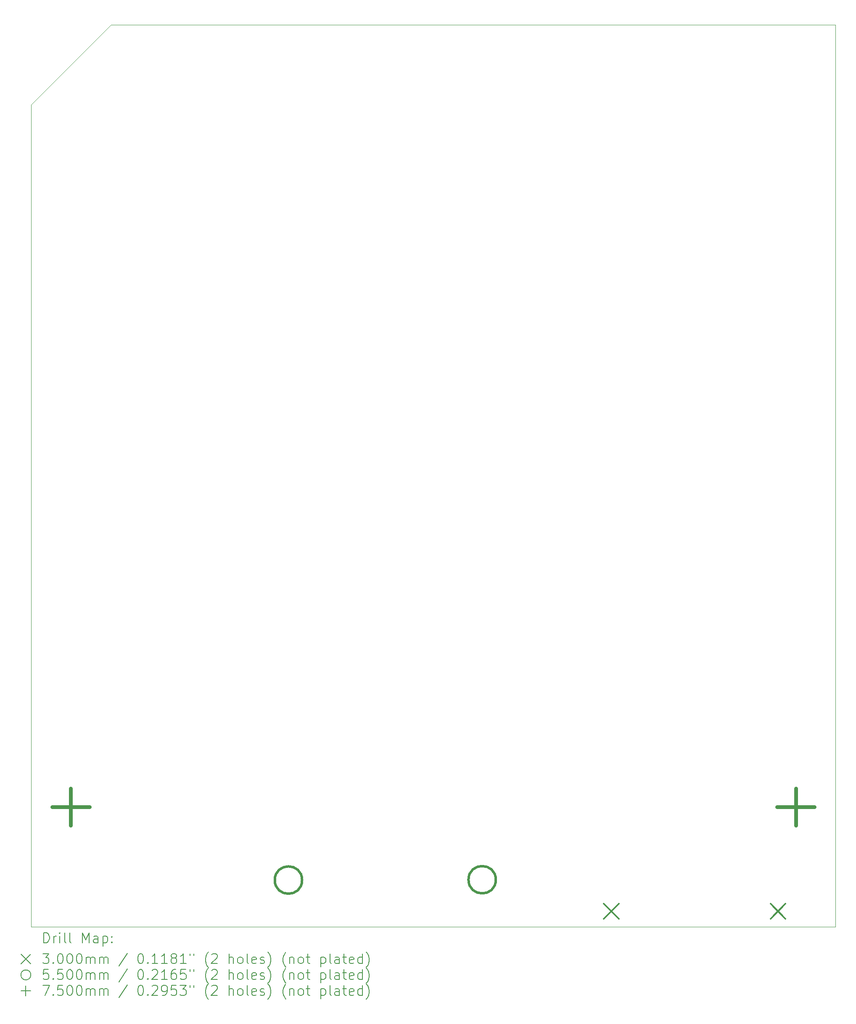
<source format=gbr>
%TF.GenerationSoftware,KiCad,Pcbnew,8.0.5*%
%TF.CreationDate,2025-02-18T14:53:59-08:00*%
%TF.ProjectId,URBAN_CELL_BOARD,55524241-4e5f-4434-954c-4c5f424f4152,rev?*%
%TF.SameCoordinates,Original*%
%TF.FileFunction,Drillmap*%
%TF.FilePolarity,Positive*%
%FSLAX45Y45*%
G04 Gerber Fmt 4.5, Leading zero omitted, Abs format (unit mm)*
G04 Created by KiCad (PCBNEW 8.0.5) date 2025-02-18 14:53:59*
%MOMM*%
%LPD*%
G01*
G04 APERTURE LIST*
%ADD10C,0.100000*%
%ADD11C,0.200000*%
%ADD12C,0.300000*%
%ADD13C,0.550000*%
%ADD14C,0.750000*%
G04 APERTURE END LIST*
D10*
X8387900Y-28158400D02*
X8387900Y-11612100D01*
X10000000Y-10000000D02*
X24587900Y-10000000D01*
X8387900Y-11612100D02*
X10000000Y-10000000D01*
X24587900Y-28158400D02*
X8387900Y-28158400D01*
X24587900Y-10000000D02*
X24587900Y-28158400D01*
D11*
D12*
X19921500Y-27694500D02*
X20221500Y-27994500D01*
X20221500Y-27694500D02*
X19921500Y-27994500D01*
X23281500Y-27694500D02*
X23581500Y-27994500D01*
X23581500Y-27694500D02*
X23281500Y-27994500D01*
D13*
X13846000Y-27215000D02*
G75*
G02*
X13296000Y-27215000I-275000J0D01*
G01*
X13296000Y-27215000D02*
G75*
G02*
X13846000Y-27215000I275000J0D01*
G01*
X17747000Y-27208000D02*
G75*
G02*
X17197000Y-27208000I-275000J0D01*
G01*
X17197000Y-27208000D02*
G75*
G02*
X17747000Y-27208000I275000J0D01*
G01*
D14*
X9187900Y-25367100D02*
X9187900Y-26117100D01*
X8812900Y-25742100D02*
X9562900Y-25742100D01*
X23787900Y-25367100D02*
X23787900Y-26117100D01*
X23412900Y-25742100D02*
X24162900Y-25742100D01*
D11*
X8643677Y-28474884D02*
X8643677Y-28274884D01*
X8643677Y-28274884D02*
X8691296Y-28274884D01*
X8691296Y-28274884D02*
X8719867Y-28284408D01*
X8719867Y-28284408D02*
X8738915Y-28303455D01*
X8738915Y-28303455D02*
X8748439Y-28322503D01*
X8748439Y-28322503D02*
X8757963Y-28360598D01*
X8757963Y-28360598D02*
X8757963Y-28389169D01*
X8757963Y-28389169D02*
X8748439Y-28427265D01*
X8748439Y-28427265D02*
X8738915Y-28446312D01*
X8738915Y-28446312D02*
X8719867Y-28465360D01*
X8719867Y-28465360D02*
X8691296Y-28474884D01*
X8691296Y-28474884D02*
X8643677Y-28474884D01*
X8843677Y-28474884D02*
X8843677Y-28341550D01*
X8843677Y-28379646D02*
X8853201Y-28360598D01*
X8853201Y-28360598D02*
X8862724Y-28351074D01*
X8862724Y-28351074D02*
X8881772Y-28341550D01*
X8881772Y-28341550D02*
X8900820Y-28341550D01*
X8967486Y-28474884D02*
X8967486Y-28341550D01*
X8967486Y-28274884D02*
X8957963Y-28284408D01*
X8957963Y-28284408D02*
X8967486Y-28293931D01*
X8967486Y-28293931D02*
X8977010Y-28284408D01*
X8977010Y-28284408D02*
X8967486Y-28274884D01*
X8967486Y-28274884D02*
X8967486Y-28293931D01*
X9091296Y-28474884D02*
X9072248Y-28465360D01*
X9072248Y-28465360D02*
X9062724Y-28446312D01*
X9062724Y-28446312D02*
X9062724Y-28274884D01*
X9196058Y-28474884D02*
X9177010Y-28465360D01*
X9177010Y-28465360D02*
X9167486Y-28446312D01*
X9167486Y-28446312D02*
X9167486Y-28274884D01*
X9424629Y-28474884D02*
X9424629Y-28274884D01*
X9424629Y-28274884D02*
X9491296Y-28417741D01*
X9491296Y-28417741D02*
X9557963Y-28274884D01*
X9557963Y-28274884D02*
X9557963Y-28474884D01*
X9738915Y-28474884D02*
X9738915Y-28370122D01*
X9738915Y-28370122D02*
X9729391Y-28351074D01*
X9729391Y-28351074D02*
X9710344Y-28341550D01*
X9710344Y-28341550D02*
X9672248Y-28341550D01*
X9672248Y-28341550D02*
X9653201Y-28351074D01*
X9738915Y-28465360D02*
X9719867Y-28474884D01*
X9719867Y-28474884D02*
X9672248Y-28474884D01*
X9672248Y-28474884D02*
X9653201Y-28465360D01*
X9653201Y-28465360D02*
X9643677Y-28446312D01*
X9643677Y-28446312D02*
X9643677Y-28427265D01*
X9643677Y-28427265D02*
X9653201Y-28408217D01*
X9653201Y-28408217D02*
X9672248Y-28398693D01*
X9672248Y-28398693D02*
X9719867Y-28398693D01*
X9719867Y-28398693D02*
X9738915Y-28389169D01*
X9834153Y-28341550D02*
X9834153Y-28541550D01*
X9834153Y-28351074D02*
X9853201Y-28341550D01*
X9853201Y-28341550D02*
X9891296Y-28341550D01*
X9891296Y-28341550D02*
X9910344Y-28351074D01*
X9910344Y-28351074D02*
X9919867Y-28360598D01*
X9919867Y-28360598D02*
X9929391Y-28379646D01*
X9929391Y-28379646D02*
X9929391Y-28436788D01*
X9929391Y-28436788D02*
X9919867Y-28455836D01*
X9919867Y-28455836D02*
X9910344Y-28465360D01*
X9910344Y-28465360D02*
X9891296Y-28474884D01*
X9891296Y-28474884D02*
X9853201Y-28474884D01*
X9853201Y-28474884D02*
X9834153Y-28465360D01*
X10015105Y-28455836D02*
X10024629Y-28465360D01*
X10024629Y-28465360D02*
X10015105Y-28474884D01*
X10015105Y-28474884D02*
X10005582Y-28465360D01*
X10005582Y-28465360D02*
X10015105Y-28455836D01*
X10015105Y-28455836D02*
X10015105Y-28474884D01*
X10015105Y-28351074D02*
X10024629Y-28360598D01*
X10024629Y-28360598D02*
X10015105Y-28370122D01*
X10015105Y-28370122D02*
X10005582Y-28360598D01*
X10005582Y-28360598D02*
X10015105Y-28351074D01*
X10015105Y-28351074D02*
X10015105Y-28370122D01*
X8182900Y-28703400D02*
X8382900Y-28903400D01*
X8382900Y-28703400D02*
X8182900Y-28903400D01*
X8624629Y-28694884D02*
X8748439Y-28694884D01*
X8748439Y-28694884D02*
X8681772Y-28771074D01*
X8681772Y-28771074D02*
X8710344Y-28771074D01*
X8710344Y-28771074D02*
X8729391Y-28780598D01*
X8729391Y-28780598D02*
X8738915Y-28790122D01*
X8738915Y-28790122D02*
X8748439Y-28809169D01*
X8748439Y-28809169D02*
X8748439Y-28856788D01*
X8748439Y-28856788D02*
X8738915Y-28875836D01*
X8738915Y-28875836D02*
X8729391Y-28885360D01*
X8729391Y-28885360D02*
X8710344Y-28894884D01*
X8710344Y-28894884D02*
X8653201Y-28894884D01*
X8653201Y-28894884D02*
X8634153Y-28885360D01*
X8634153Y-28885360D02*
X8624629Y-28875836D01*
X8834153Y-28875836D02*
X8843677Y-28885360D01*
X8843677Y-28885360D02*
X8834153Y-28894884D01*
X8834153Y-28894884D02*
X8824629Y-28885360D01*
X8824629Y-28885360D02*
X8834153Y-28875836D01*
X8834153Y-28875836D02*
X8834153Y-28894884D01*
X8967486Y-28694884D02*
X8986534Y-28694884D01*
X8986534Y-28694884D02*
X9005582Y-28704408D01*
X9005582Y-28704408D02*
X9015105Y-28713931D01*
X9015105Y-28713931D02*
X9024629Y-28732979D01*
X9024629Y-28732979D02*
X9034153Y-28771074D01*
X9034153Y-28771074D02*
X9034153Y-28818693D01*
X9034153Y-28818693D02*
X9024629Y-28856788D01*
X9024629Y-28856788D02*
X9015105Y-28875836D01*
X9015105Y-28875836D02*
X9005582Y-28885360D01*
X9005582Y-28885360D02*
X8986534Y-28894884D01*
X8986534Y-28894884D02*
X8967486Y-28894884D01*
X8967486Y-28894884D02*
X8948439Y-28885360D01*
X8948439Y-28885360D02*
X8938915Y-28875836D01*
X8938915Y-28875836D02*
X8929391Y-28856788D01*
X8929391Y-28856788D02*
X8919867Y-28818693D01*
X8919867Y-28818693D02*
X8919867Y-28771074D01*
X8919867Y-28771074D02*
X8929391Y-28732979D01*
X8929391Y-28732979D02*
X8938915Y-28713931D01*
X8938915Y-28713931D02*
X8948439Y-28704408D01*
X8948439Y-28704408D02*
X8967486Y-28694884D01*
X9157963Y-28694884D02*
X9177010Y-28694884D01*
X9177010Y-28694884D02*
X9196058Y-28704408D01*
X9196058Y-28704408D02*
X9205582Y-28713931D01*
X9205582Y-28713931D02*
X9215105Y-28732979D01*
X9215105Y-28732979D02*
X9224629Y-28771074D01*
X9224629Y-28771074D02*
X9224629Y-28818693D01*
X9224629Y-28818693D02*
X9215105Y-28856788D01*
X9215105Y-28856788D02*
X9205582Y-28875836D01*
X9205582Y-28875836D02*
X9196058Y-28885360D01*
X9196058Y-28885360D02*
X9177010Y-28894884D01*
X9177010Y-28894884D02*
X9157963Y-28894884D01*
X9157963Y-28894884D02*
X9138915Y-28885360D01*
X9138915Y-28885360D02*
X9129391Y-28875836D01*
X9129391Y-28875836D02*
X9119867Y-28856788D01*
X9119867Y-28856788D02*
X9110344Y-28818693D01*
X9110344Y-28818693D02*
X9110344Y-28771074D01*
X9110344Y-28771074D02*
X9119867Y-28732979D01*
X9119867Y-28732979D02*
X9129391Y-28713931D01*
X9129391Y-28713931D02*
X9138915Y-28704408D01*
X9138915Y-28704408D02*
X9157963Y-28694884D01*
X9348439Y-28694884D02*
X9367486Y-28694884D01*
X9367486Y-28694884D02*
X9386534Y-28704408D01*
X9386534Y-28704408D02*
X9396058Y-28713931D01*
X9396058Y-28713931D02*
X9405582Y-28732979D01*
X9405582Y-28732979D02*
X9415105Y-28771074D01*
X9415105Y-28771074D02*
X9415105Y-28818693D01*
X9415105Y-28818693D02*
X9405582Y-28856788D01*
X9405582Y-28856788D02*
X9396058Y-28875836D01*
X9396058Y-28875836D02*
X9386534Y-28885360D01*
X9386534Y-28885360D02*
X9367486Y-28894884D01*
X9367486Y-28894884D02*
X9348439Y-28894884D01*
X9348439Y-28894884D02*
X9329391Y-28885360D01*
X9329391Y-28885360D02*
X9319867Y-28875836D01*
X9319867Y-28875836D02*
X9310344Y-28856788D01*
X9310344Y-28856788D02*
X9300820Y-28818693D01*
X9300820Y-28818693D02*
X9300820Y-28771074D01*
X9300820Y-28771074D02*
X9310344Y-28732979D01*
X9310344Y-28732979D02*
X9319867Y-28713931D01*
X9319867Y-28713931D02*
X9329391Y-28704408D01*
X9329391Y-28704408D02*
X9348439Y-28694884D01*
X9500820Y-28894884D02*
X9500820Y-28761550D01*
X9500820Y-28780598D02*
X9510344Y-28771074D01*
X9510344Y-28771074D02*
X9529391Y-28761550D01*
X9529391Y-28761550D02*
X9557963Y-28761550D01*
X9557963Y-28761550D02*
X9577010Y-28771074D01*
X9577010Y-28771074D02*
X9586534Y-28790122D01*
X9586534Y-28790122D02*
X9586534Y-28894884D01*
X9586534Y-28790122D02*
X9596058Y-28771074D01*
X9596058Y-28771074D02*
X9615105Y-28761550D01*
X9615105Y-28761550D02*
X9643677Y-28761550D01*
X9643677Y-28761550D02*
X9662725Y-28771074D01*
X9662725Y-28771074D02*
X9672248Y-28790122D01*
X9672248Y-28790122D02*
X9672248Y-28894884D01*
X9767486Y-28894884D02*
X9767486Y-28761550D01*
X9767486Y-28780598D02*
X9777010Y-28771074D01*
X9777010Y-28771074D02*
X9796058Y-28761550D01*
X9796058Y-28761550D02*
X9824629Y-28761550D01*
X9824629Y-28761550D02*
X9843677Y-28771074D01*
X9843677Y-28771074D02*
X9853201Y-28790122D01*
X9853201Y-28790122D02*
X9853201Y-28894884D01*
X9853201Y-28790122D02*
X9862725Y-28771074D01*
X9862725Y-28771074D02*
X9881772Y-28761550D01*
X9881772Y-28761550D02*
X9910344Y-28761550D01*
X9910344Y-28761550D02*
X9929391Y-28771074D01*
X9929391Y-28771074D02*
X9938915Y-28790122D01*
X9938915Y-28790122D02*
X9938915Y-28894884D01*
X10329391Y-28685360D02*
X10157963Y-28942503D01*
X10586534Y-28694884D02*
X10605582Y-28694884D01*
X10605582Y-28694884D02*
X10624629Y-28704408D01*
X10624629Y-28704408D02*
X10634153Y-28713931D01*
X10634153Y-28713931D02*
X10643677Y-28732979D01*
X10643677Y-28732979D02*
X10653201Y-28771074D01*
X10653201Y-28771074D02*
X10653201Y-28818693D01*
X10653201Y-28818693D02*
X10643677Y-28856788D01*
X10643677Y-28856788D02*
X10634153Y-28875836D01*
X10634153Y-28875836D02*
X10624629Y-28885360D01*
X10624629Y-28885360D02*
X10605582Y-28894884D01*
X10605582Y-28894884D02*
X10586534Y-28894884D01*
X10586534Y-28894884D02*
X10567487Y-28885360D01*
X10567487Y-28885360D02*
X10557963Y-28875836D01*
X10557963Y-28875836D02*
X10548439Y-28856788D01*
X10548439Y-28856788D02*
X10538915Y-28818693D01*
X10538915Y-28818693D02*
X10538915Y-28771074D01*
X10538915Y-28771074D02*
X10548439Y-28732979D01*
X10548439Y-28732979D02*
X10557963Y-28713931D01*
X10557963Y-28713931D02*
X10567487Y-28704408D01*
X10567487Y-28704408D02*
X10586534Y-28694884D01*
X10738915Y-28875836D02*
X10748439Y-28885360D01*
X10748439Y-28885360D02*
X10738915Y-28894884D01*
X10738915Y-28894884D02*
X10729391Y-28885360D01*
X10729391Y-28885360D02*
X10738915Y-28875836D01*
X10738915Y-28875836D02*
X10738915Y-28894884D01*
X10938915Y-28894884D02*
X10824629Y-28894884D01*
X10881772Y-28894884D02*
X10881772Y-28694884D01*
X10881772Y-28694884D02*
X10862725Y-28723455D01*
X10862725Y-28723455D02*
X10843677Y-28742503D01*
X10843677Y-28742503D02*
X10824629Y-28752027D01*
X11129391Y-28894884D02*
X11015106Y-28894884D01*
X11072248Y-28894884D02*
X11072248Y-28694884D01*
X11072248Y-28694884D02*
X11053201Y-28723455D01*
X11053201Y-28723455D02*
X11034153Y-28742503D01*
X11034153Y-28742503D02*
X11015106Y-28752027D01*
X11243677Y-28780598D02*
X11224629Y-28771074D01*
X11224629Y-28771074D02*
X11215106Y-28761550D01*
X11215106Y-28761550D02*
X11205582Y-28742503D01*
X11205582Y-28742503D02*
X11205582Y-28732979D01*
X11205582Y-28732979D02*
X11215106Y-28713931D01*
X11215106Y-28713931D02*
X11224629Y-28704408D01*
X11224629Y-28704408D02*
X11243677Y-28694884D01*
X11243677Y-28694884D02*
X11281772Y-28694884D01*
X11281772Y-28694884D02*
X11300820Y-28704408D01*
X11300820Y-28704408D02*
X11310344Y-28713931D01*
X11310344Y-28713931D02*
X11319867Y-28732979D01*
X11319867Y-28732979D02*
X11319867Y-28742503D01*
X11319867Y-28742503D02*
X11310344Y-28761550D01*
X11310344Y-28761550D02*
X11300820Y-28771074D01*
X11300820Y-28771074D02*
X11281772Y-28780598D01*
X11281772Y-28780598D02*
X11243677Y-28780598D01*
X11243677Y-28780598D02*
X11224629Y-28790122D01*
X11224629Y-28790122D02*
X11215106Y-28799646D01*
X11215106Y-28799646D02*
X11205582Y-28818693D01*
X11205582Y-28818693D02*
X11205582Y-28856788D01*
X11205582Y-28856788D02*
X11215106Y-28875836D01*
X11215106Y-28875836D02*
X11224629Y-28885360D01*
X11224629Y-28885360D02*
X11243677Y-28894884D01*
X11243677Y-28894884D02*
X11281772Y-28894884D01*
X11281772Y-28894884D02*
X11300820Y-28885360D01*
X11300820Y-28885360D02*
X11310344Y-28875836D01*
X11310344Y-28875836D02*
X11319867Y-28856788D01*
X11319867Y-28856788D02*
X11319867Y-28818693D01*
X11319867Y-28818693D02*
X11310344Y-28799646D01*
X11310344Y-28799646D02*
X11300820Y-28790122D01*
X11300820Y-28790122D02*
X11281772Y-28780598D01*
X11510344Y-28894884D02*
X11396058Y-28894884D01*
X11453201Y-28894884D02*
X11453201Y-28694884D01*
X11453201Y-28694884D02*
X11434153Y-28723455D01*
X11434153Y-28723455D02*
X11415106Y-28742503D01*
X11415106Y-28742503D02*
X11396058Y-28752027D01*
X11586534Y-28694884D02*
X11586534Y-28732979D01*
X11662725Y-28694884D02*
X11662725Y-28732979D01*
X11957963Y-28971074D02*
X11948439Y-28961550D01*
X11948439Y-28961550D02*
X11929391Y-28932979D01*
X11929391Y-28932979D02*
X11919868Y-28913931D01*
X11919868Y-28913931D02*
X11910344Y-28885360D01*
X11910344Y-28885360D02*
X11900820Y-28837741D01*
X11900820Y-28837741D02*
X11900820Y-28799646D01*
X11900820Y-28799646D02*
X11910344Y-28752027D01*
X11910344Y-28752027D02*
X11919868Y-28723455D01*
X11919868Y-28723455D02*
X11929391Y-28704408D01*
X11929391Y-28704408D02*
X11948439Y-28675836D01*
X11948439Y-28675836D02*
X11957963Y-28666312D01*
X12024629Y-28713931D02*
X12034153Y-28704408D01*
X12034153Y-28704408D02*
X12053201Y-28694884D01*
X12053201Y-28694884D02*
X12100820Y-28694884D01*
X12100820Y-28694884D02*
X12119868Y-28704408D01*
X12119868Y-28704408D02*
X12129391Y-28713931D01*
X12129391Y-28713931D02*
X12138915Y-28732979D01*
X12138915Y-28732979D02*
X12138915Y-28752027D01*
X12138915Y-28752027D02*
X12129391Y-28780598D01*
X12129391Y-28780598D02*
X12015106Y-28894884D01*
X12015106Y-28894884D02*
X12138915Y-28894884D01*
X12377010Y-28894884D02*
X12377010Y-28694884D01*
X12462725Y-28894884D02*
X12462725Y-28790122D01*
X12462725Y-28790122D02*
X12453201Y-28771074D01*
X12453201Y-28771074D02*
X12434153Y-28761550D01*
X12434153Y-28761550D02*
X12405582Y-28761550D01*
X12405582Y-28761550D02*
X12386534Y-28771074D01*
X12386534Y-28771074D02*
X12377010Y-28780598D01*
X12586534Y-28894884D02*
X12567487Y-28885360D01*
X12567487Y-28885360D02*
X12557963Y-28875836D01*
X12557963Y-28875836D02*
X12548439Y-28856788D01*
X12548439Y-28856788D02*
X12548439Y-28799646D01*
X12548439Y-28799646D02*
X12557963Y-28780598D01*
X12557963Y-28780598D02*
X12567487Y-28771074D01*
X12567487Y-28771074D02*
X12586534Y-28761550D01*
X12586534Y-28761550D02*
X12615106Y-28761550D01*
X12615106Y-28761550D02*
X12634153Y-28771074D01*
X12634153Y-28771074D02*
X12643677Y-28780598D01*
X12643677Y-28780598D02*
X12653201Y-28799646D01*
X12653201Y-28799646D02*
X12653201Y-28856788D01*
X12653201Y-28856788D02*
X12643677Y-28875836D01*
X12643677Y-28875836D02*
X12634153Y-28885360D01*
X12634153Y-28885360D02*
X12615106Y-28894884D01*
X12615106Y-28894884D02*
X12586534Y-28894884D01*
X12767487Y-28894884D02*
X12748439Y-28885360D01*
X12748439Y-28885360D02*
X12738915Y-28866312D01*
X12738915Y-28866312D02*
X12738915Y-28694884D01*
X12919868Y-28885360D02*
X12900820Y-28894884D01*
X12900820Y-28894884D02*
X12862725Y-28894884D01*
X12862725Y-28894884D02*
X12843677Y-28885360D01*
X12843677Y-28885360D02*
X12834153Y-28866312D01*
X12834153Y-28866312D02*
X12834153Y-28790122D01*
X12834153Y-28790122D02*
X12843677Y-28771074D01*
X12843677Y-28771074D02*
X12862725Y-28761550D01*
X12862725Y-28761550D02*
X12900820Y-28761550D01*
X12900820Y-28761550D02*
X12919868Y-28771074D01*
X12919868Y-28771074D02*
X12929391Y-28790122D01*
X12929391Y-28790122D02*
X12929391Y-28809169D01*
X12929391Y-28809169D02*
X12834153Y-28828217D01*
X13005582Y-28885360D02*
X13024630Y-28894884D01*
X13024630Y-28894884D02*
X13062725Y-28894884D01*
X13062725Y-28894884D02*
X13081772Y-28885360D01*
X13081772Y-28885360D02*
X13091296Y-28866312D01*
X13091296Y-28866312D02*
X13091296Y-28856788D01*
X13091296Y-28856788D02*
X13081772Y-28837741D01*
X13081772Y-28837741D02*
X13062725Y-28828217D01*
X13062725Y-28828217D02*
X13034153Y-28828217D01*
X13034153Y-28828217D02*
X13015106Y-28818693D01*
X13015106Y-28818693D02*
X13005582Y-28799646D01*
X13005582Y-28799646D02*
X13005582Y-28790122D01*
X13005582Y-28790122D02*
X13015106Y-28771074D01*
X13015106Y-28771074D02*
X13034153Y-28761550D01*
X13034153Y-28761550D02*
X13062725Y-28761550D01*
X13062725Y-28761550D02*
X13081772Y-28771074D01*
X13157963Y-28971074D02*
X13167487Y-28961550D01*
X13167487Y-28961550D02*
X13186534Y-28932979D01*
X13186534Y-28932979D02*
X13196058Y-28913931D01*
X13196058Y-28913931D02*
X13205582Y-28885360D01*
X13205582Y-28885360D02*
X13215106Y-28837741D01*
X13215106Y-28837741D02*
X13215106Y-28799646D01*
X13215106Y-28799646D02*
X13205582Y-28752027D01*
X13205582Y-28752027D02*
X13196058Y-28723455D01*
X13196058Y-28723455D02*
X13186534Y-28704408D01*
X13186534Y-28704408D02*
X13167487Y-28675836D01*
X13167487Y-28675836D02*
X13157963Y-28666312D01*
X13519868Y-28971074D02*
X13510344Y-28961550D01*
X13510344Y-28961550D02*
X13491296Y-28932979D01*
X13491296Y-28932979D02*
X13481772Y-28913931D01*
X13481772Y-28913931D02*
X13472249Y-28885360D01*
X13472249Y-28885360D02*
X13462725Y-28837741D01*
X13462725Y-28837741D02*
X13462725Y-28799646D01*
X13462725Y-28799646D02*
X13472249Y-28752027D01*
X13472249Y-28752027D02*
X13481772Y-28723455D01*
X13481772Y-28723455D02*
X13491296Y-28704408D01*
X13491296Y-28704408D02*
X13510344Y-28675836D01*
X13510344Y-28675836D02*
X13519868Y-28666312D01*
X13596058Y-28761550D02*
X13596058Y-28894884D01*
X13596058Y-28780598D02*
X13605582Y-28771074D01*
X13605582Y-28771074D02*
X13624630Y-28761550D01*
X13624630Y-28761550D02*
X13653201Y-28761550D01*
X13653201Y-28761550D02*
X13672249Y-28771074D01*
X13672249Y-28771074D02*
X13681772Y-28790122D01*
X13681772Y-28790122D02*
X13681772Y-28894884D01*
X13805582Y-28894884D02*
X13786534Y-28885360D01*
X13786534Y-28885360D02*
X13777011Y-28875836D01*
X13777011Y-28875836D02*
X13767487Y-28856788D01*
X13767487Y-28856788D02*
X13767487Y-28799646D01*
X13767487Y-28799646D02*
X13777011Y-28780598D01*
X13777011Y-28780598D02*
X13786534Y-28771074D01*
X13786534Y-28771074D02*
X13805582Y-28761550D01*
X13805582Y-28761550D02*
X13834153Y-28761550D01*
X13834153Y-28761550D02*
X13853201Y-28771074D01*
X13853201Y-28771074D02*
X13862725Y-28780598D01*
X13862725Y-28780598D02*
X13872249Y-28799646D01*
X13872249Y-28799646D02*
X13872249Y-28856788D01*
X13872249Y-28856788D02*
X13862725Y-28875836D01*
X13862725Y-28875836D02*
X13853201Y-28885360D01*
X13853201Y-28885360D02*
X13834153Y-28894884D01*
X13834153Y-28894884D02*
X13805582Y-28894884D01*
X13929392Y-28761550D02*
X14005582Y-28761550D01*
X13957963Y-28694884D02*
X13957963Y-28866312D01*
X13957963Y-28866312D02*
X13967487Y-28885360D01*
X13967487Y-28885360D02*
X13986534Y-28894884D01*
X13986534Y-28894884D02*
X14005582Y-28894884D01*
X14224630Y-28761550D02*
X14224630Y-28961550D01*
X14224630Y-28771074D02*
X14243677Y-28761550D01*
X14243677Y-28761550D02*
X14281773Y-28761550D01*
X14281773Y-28761550D02*
X14300820Y-28771074D01*
X14300820Y-28771074D02*
X14310344Y-28780598D01*
X14310344Y-28780598D02*
X14319868Y-28799646D01*
X14319868Y-28799646D02*
X14319868Y-28856788D01*
X14319868Y-28856788D02*
X14310344Y-28875836D01*
X14310344Y-28875836D02*
X14300820Y-28885360D01*
X14300820Y-28885360D02*
X14281773Y-28894884D01*
X14281773Y-28894884D02*
X14243677Y-28894884D01*
X14243677Y-28894884D02*
X14224630Y-28885360D01*
X14434153Y-28894884D02*
X14415106Y-28885360D01*
X14415106Y-28885360D02*
X14405582Y-28866312D01*
X14405582Y-28866312D02*
X14405582Y-28694884D01*
X14596058Y-28894884D02*
X14596058Y-28790122D01*
X14596058Y-28790122D02*
X14586534Y-28771074D01*
X14586534Y-28771074D02*
X14567487Y-28761550D01*
X14567487Y-28761550D02*
X14529392Y-28761550D01*
X14529392Y-28761550D02*
X14510344Y-28771074D01*
X14596058Y-28885360D02*
X14577011Y-28894884D01*
X14577011Y-28894884D02*
X14529392Y-28894884D01*
X14529392Y-28894884D02*
X14510344Y-28885360D01*
X14510344Y-28885360D02*
X14500820Y-28866312D01*
X14500820Y-28866312D02*
X14500820Y-28847265D01*
X14500820Y-28847265D02*
X14510344Y-28828217D01*
X14510344Y-28828217D02*
X14529392Y-28818693D01*
X14529392Y-28818693D02*
X14577011Y-28818693D01*
X14577011Y-28818693D02*
X14596058Y-28809169D01*
X14662725Y-28761550D02*
X14738915Y-28761550D01*
X14691296Y-28694884D02*
X14691296Y-28866312D01*
X14691296Y-28866312D02*
X14700820Y-28885360D01*
X14700820Y-28885360D02*
X14719868Y-28894884D01*
X14719868Y-28894884D02*
X14738915Y-28894884D01*
X14881773Y-28885360D02*
X14862725Y-28894884D01*
X14862725Y-28894884D02*
X14824630Y-28894884D01*
X14824630Y-28894884D02*
X14805582Y-28885360D01*
X14805582Y-28885360D02*
X14796058Y-28866312D01*
X14796058Y-28866312D02*
X14796058Y-28790122D01*
X14796058Y-28790122D02*
X14805582Y-28771074D01*
X14805582Y-28771074D02*
X14824630Y-28761550D01*
X14824630Y-28761550D02*
X14862725Y-28761550D01*
X14862725Y-28761550D02*
X14881773Y-28771074D01*
X14881773Y-28771074D02*
X14891296Y-28790122D01*
X14891296Y-28790122D02*
X14891296Y-28809169D01*
X14891296Y-28809169D02*
X14796058Y-28828217D01*
X15062725Y-28894884D02*
X15062725Y-28694884D01*
X15062725Y-28885360D02*
X15043677Y-28894884D01*
X15043677Y-28894884D02*
X15005582Y-28894884D01*
X15005582Y-28894884D02*
X14986534Y-28885360D01*
X14986534Y-28885360D02*
X14977011Y-28875836D01*
X14977011Y-28875836D02*
X14967487Y-28856788D01*
X14967487Y-28856788D02*
X14967487Y-28799646D01*
X14967487Y-28799646D02*
X14977011Y-28780598D01*
X14977011Y-28780598D02*
X14986534Y-28771074D01*
X14986534Y-28771074D02*
X15005582Y-28761550D01*
X15005582Y-28761550D02*
X15043677Y-28761550D01*
X15043677Y-28761550D02*
X15062725Y-28771074D01*
X15138915Y-28971074D02*
X15148439Y-28961550D01*
X15148439Y-28961550D02*
X15167487Y-28932979D01*
X15167487Y-28932979D02*
X15177011Y-28913931D01*
X15177011Y-28913931D02*
X15186534Y-28885360D01*
X15186534Y-28885360D02*
X15196058Y-28837741D01*
X15196058Y-28837741D02*
X15196058Y-28799646D01*
X15196058Y-28799646D02*
X15186534Y-28752027D01*
X15186534Y-28752027D02*
X15177011Y-28723455D01*
X15177011Y-28723455D02*
X15167487Y-28704408D01*
X15167487Y-28704408D02*
X15148439Y-28675836D01*
X15148439Y-28675836D02*
X15138915Y-28666312D01*
X8382900Y-29123400D02*
G75*
G02*
X8182900Y-29123400I-100000J0D01*
G01*
X8182900Y-29123400D02*
G75*
G02*
X8382900Y-29123400I100000J0D01*
G01*
X8738915Y-29014884D02*
X8643677Y-29014884D01*
X8643677Y-29014884D02*
X8634153Y-29110122D01*
X8634153Y-29110122D02*
X8643677Y-29100598D01*
X8643677Y-29100598D02*
X8662724Y-29091074D01*
X8662724Y-29091074D02*
X8710344Y-29091074D01*
X8710344Y-29091074D02*
X8729391Y-29100598D01*
X8729391Y-29100598D02*
X8738915Y-29110122D01*
X8738915Y-29110122D02*
X8748439Y-29129169D01*
X8748439Y-29129169D02*
X8748439Y-29176788D01*
X8748439Y-29176788D02*
X8738915Y-29195836D01*
X8738915Y-29195836D02*
X8729391Y-29205360D01*
X8729391Y-29205360D02*
X8710344Y-29214884D01*
X8710344Y-29214884D02*
X8662724Y-29214884D01*
X8662724Y-29214884D02*
X8643677Y-29205360D01*
X8643677Y-29205360D02*
X8634153Y-29195836D01*
X8834153Y-29195836D02*
X8843677Y-29205360D01*
X8843677Y-29205360D02*
X8834153Y-29214884D01*
X8834153Y-29214884D02*
X8824629Y-29205360D01*
X8824629Y-29205360D02*
X8834153Y-29195836D01*
X8834153Y-29195836D02*
X8834153Y-29214884D01*
X9024629Y-29014884D02*
X8929391Y-29014884D01*
X8929391Y-29014884D02*
X8919867Y-29110122D01*
X8919867Y-29110122D02*
X8929391Y-29100598D01*
X8929391Y-29100598D02*
X8948439Y-29091074D01*
X8948439Y-29091074D02*
X8996058Y-29091074D01*
X8996058Y-29091074D02*
X9015105Y-29100598D01*
X9015105Y-29100598D02*
X9024629Y-29110122D01*
X9024629Y-29110122D02*
X9034153Y-29129169D01*
X9034153Y-29129169D02*
X9034153Y-29176788D01*
X9034153Y-29176788D02*
X9024629Y-29195836D01*
X9024629Y-29195836D02*
X9015105Y-29205360D01*
X9015105Y-29205360D02*
X8996058Y-29214884D01*
X8996058Y-29214884D02*
X8948439Y-29214884D01*
X8948439Y-29214884D02*
X8929391Y-29205360D01*
X8929391Y-29205360D02*
X8919867Y-29195836D01*
X9157963Y-29014884D02*
X9177010Y-29014884D01*
X9177010Y-29014884D02*
X9196058Y-29024408D01*
X9196058Y-29024408D02*
X9205582Y-29033931D01*
X9205582Y-29033931D02*
X9215105Y-29052979D01*
X9215105Y-29052979D02*
X9224629Y-29091074D01*
X9224629Y-29091074D02*
X9224629Y-29138693D01*
X9224629Y-29138693D02*
X9215105Y-29176788D01*
X9215105Y-29176788D02*
X9205582Y-29195836D01*
X9205582Y-29195836D02*
X9196058Y-29205360D01*
X9196058Y-29205360D02*
X9177010Y-29214884D01*
X9177010Y-29214884D02*
X9157963Y-29214884D01*
X9157963Y-29214884D02*
X9138915Y-29205360D01*
X9138915Y-29205360D02*
X9129391Y-29195836D01*
X9129391Y-29195836D02*
X9119867Y-29176788D01*
X9119867Y-29176788D02*
X9110344Y-29138693D01*
X9110344Y-29138693D02*
X9110344Y-29091074D01*
X9110344Y-29091074D02*
X9119867Y-29052979D01*
X9119867Y-29052979D02*
X9129391Y-29033931D01*
X9129391Y-29033931D02*
X9138915Y-29024408D01*
X9138915Y-29024408D02*
X9157963Y-29014884D01*
X9348439Y-29014884D02*
X9367486Y-29014884D01*
X9367486Y-29014884D02*
X9386534Y-29024408D01*
X9386534Y-29024408D02*
X9396058Y-29033931D01*
X9396058Y-29033931D02*
X9405582Y-29052979D01*
X9405582Y-29052979D02*
X9415105Y-29091074D01*
X9415105Y-29091074D02*
X9415105Y-29138693D01*
X9415105Y-29138693D02*
X9405582Y-29176788D01*
X9405582Y-29176788D02*
X9396058Y-29195836D01*
X9396058Y-29195836D02*
X9386534Y-29205360D01*
X9386534Y-29205360D02*
X9367486Y-29214884D01*
X9367486Y-29214884D02*
X9348439Y-29214884D01*
X9348439Y-29214884D02*
X9329391Y-29205360D01*
X9329391Y-29205360D02*
X9319867Y-29195836D01*
X9319867Y-29195836D02*
X9310344Y-29176788D01*
X9310344Y-29176788D02*
X9300820Y-29138693D01*
X9300820Y-29138693D02*
X9300820Y-29091074D01*
X9300820Y-29091074D02*
X9310344Y-29052979D01*
X9310344Y-29052979D02*
X9319867Y-29033931D01*
X9319867Y-29033931D02*
X9329391Y-29024408D01*
X9329391Y-29024408D02*
X9348439Y-29014884D01*
X9500820Y-29214884D02*
X9500820Y-29081550D01*
X9500820Y-29100598D02*
X9510344Y-29091074D01*
X9510344Y-29091074D02*
X9529391Y-29081550D01*
X9529391Y-29081550D02*
X9557963Y-29081550D01*
X9557963Y-29081550D02*
X9577010Y-29091074D01*
X9577010Y-29091074D02*
X9586534Y-29110122D01*
X9586534Y-29110122D02*
X9586534Y-29214884D01*
X9586534Y-29110122D02*
X9596058Y-29091074D01*
X9596058Y-29091074D02*
X9615105Y-29081550D01*
X9615105Y-29081550D02*
X9643677Y-29081550D01*
X9643677Y-29081550D02*
X9662725Y-29091074D01*
X9662725Y-29091074D02*
X9672248Y-29110122D01*
X9672248Y-29110122D02*
X9672248Y-29214884D01*
X9767486Y-29214884D02*
X9767486Y-29081550D01*
X9767486Y-29100598D02*
X9777010Y-29091074D01*
X9777010Y-29091074D02*
X9796058Y-29081550D01*
X9796058Y-29081550D02*
X9824629Y-29081550D01*
X9824629Y-29081550D02*
X9843677Y-29091074D01*
X9843677Y-29091074D02*
X9853201Y-29110122D01*
X9853201Y-29110122D02*
X9853201Y-29214884D01*
X9853201Y-29110122D02*
X9862725Y-29091074D01*
X9862725Y-29091074D02*
X9881772Y-29081550D01*
X9881772Y-29081550D02*
X9910344Y-29081550D01*
X9910344Y-29081550D02*
X9929391Y-29091074D01*
X9929391Y-29091074D02*
X9938915Y-29110122D01*
X9938915Y-29110122D02*
X9938915Y-29214884D01*
X10329391Y-29005360D02*
X10157963Y-29262503D01*
X10586534Y-29014884D02*
X10605582Y-29014884D01*
X10605582Y-29014884D02*
X10624629Y-29024408D01*
X10624629Y-29024408D02*
X10634153Y-29033931D01*
X10634153Y-29033931D02*
X10643677Y-29052979D01*
X10643677Y-29052979D02*
X10653201Y-29091074D01*
X10653201Y-29091074D02*
X10653201Y-29138693D01*
X10653201Y-29138693D02*
X10643677Y-29176788D01*
X10643677Y-29176788D02*
X10634153Y-29195836D01*
X10634153Y-29195836D02*
X10624629Y-29205360D01*
X10624629Y-29205360D02*
X10605582Y-29214884D01*
X10605582Y-29214884D02*
X10586534Y-29214884D01*
X10586534Y-29214884D02*
X10567487Y-29205360D01*
X10567487Y-29205360D02*
X10557963Y-29195836D01*
X10557963Y-29195836D02*
X10548439Y-29176788D01*
X10548439Y-29176788D02*
X10538915Y-29138693D01*
X10538915Y-29138693D02*
X10538915Y-29091074D01*
X10538915Y-29091074D02*
X10548439Y-29052979D01*
X10548439Y-29052979D02*
X10557963Y-29033931D01*
X10557963Y-29033931D02*
X10567487Y-29024408D01*
X10567487Y-29024408D02*
X10586534Y-29014884D01*
X10738915Y-29195836D02*
X10748439Y-29205360D01*
X10748439Y-29205360D02*
X10738915Y-29214884D01*
X10738915Y-29214884D02*
X10729391Y-29205360D01*
X10729391Y-29205360D02*
X10738915Y-29195836D01*
X10738915Y-29195836D02*
X10738915Y-29214884D01*
X10824629Y-29033931D02*
X10834153Y-29024408D01*
X10834153Y-29024408D02*
X10853201Y-29014884D01*
X10853201Y-29014884D02*
X10900820Y-29014884D01*
X10900820Y-29014884D02*
X10919868Y-29024408D01*
X10919868Y-29024408D02*
X10929391Y-29033931D01*
X10929391Y-29033931D02*
X10938915Y-29052979D01*
X10938915Y-29052979D02*
X10938915Y-29072027D01*
X10938915Y-29072027D02*
X10929391Y-29100598D01*
X10929391Y-29100598D02*
X10815106Y-29214884D01*
X10815106Y-29214884D02*
X10938915Y-29214884D01*
X11129391Y-29214884D02*
X11015106Y-29214884D01*
X11072248Y-29214884D02*
X11072248Y-29014884D01*
X11072248Y-29014884D02*
X11053201Y-29043455D01*
X11053201Y-29043455D02*
X11034153Y-29062503D01*
X11034153Y-29062503D02*
X11015106Y-29072027D01*
X11300820Y-29014884D02*
X11262725Y-29014884D01*
X11262725Y-29014884D02*
X11243677Y-29024408D01*
X11243677Y-29024408D02*
X11234153Y-29033931D01*
X11234153Y-29033931D02*
X11215106Y-29062503D01*
X11215106Y-29062503D02*
X11205582Y-29100598D01*
X11205582Y-29100598D02*
X11205582Y-29176788D01*
X11205582Y-29176788D02*
X11215106Y-29195836D01*
X11215106Y-29195836D02*
X11224629Y-29205360D01*
X11224629Y-29205360D02*
X11243677Y-29214884D01*
X11243677Y-29214884D02*
X11281772Y-29214884D01*
X11281772Y-29214884D02*
X11300820Y-29205360D01*
X11300820Y-29205360D02*
X11310344Y-29195836D01*
X11310344Y-29195836D02*
X11319867Y-29176788D01*
X11319867Y-29176788D02*
X11319867Y-29129169D01*
X11319867Y-29129169D02*
X11310344Y-29110122D01*
X11310344Y-29110122D02*
X11300820Y-29100598D01*
X11300820Y-29100598D02*
X11281772Y-29091074D01*
X11281772Y-29091074D02*
X11243677Y-29091074D01*
X11243677Y-29091074D02*
X11224629Y-29100598D01*
X11224629Y-29100598D02*
X11215106Y-29110122D01*
X11215106Y-29110122D02*
X11205582Y-29129169D01*
X11500820Y-29014884D02*
X11405582Y-29014884D01*
X11405582Y-29014884D02*
X11396058Y-29110122D01*
X11396058Y-29110122D02*
X11405582Y-29100598D01*
X11405582Y-29100598D02*
X11424629Y-29091074D01*
X11424629Y-29091074D02*
X11472248Y-29091074D01*
X11472248Y-29091074D02*
X11491296Y-29100598D01*
X11491296Y-29100598D02*
X11500820Y-29110122D01*
X11500820Y-29110122D02*
X11510344Y-29129169D01*
X11510344Y-29129169D02*
X11510344Y-29176788D01*
X11510344Y-29176788D02*
X11500820Y-29195836D01*
X11500820Y-29195836D02*
X11491296Y-29205360D01*
X11491296Y-29205360D02*
X11472248Y-29214884D01*
X11472248Y-29214884D02*
X11424629Y-29214884D01*
X11424629Y-29214884D02*
X11405582Y-29205360D01*
X11405582Y-29205360D02*
X11396058Y-29195836D01*
X11586534Y-29014884D02*
X11586534Y-29052979D01*
X11662725Y-29014884D02*
X11662725Y-29052979D01*
X11957963Y-29291074D02*
X11948439Y-29281550D01*
X11948439Y-29281550D02*
X11929391Y-29252979D01*
X11929391Y-29252979D02*
X11919868Y-29233931D01*
X11919868Y-29233931D02*
X11910344Y-29205360D01*
X11910344Y-29205360D02*
X11900820Y-29157741D01*
X11900820Y-29157741D02*
X11900820Y-29119646D01*
X11900820Y-29119646D02*
X11910344Y-29072027D01*
X11910344Y-29072027D02*
X11919868Y-29043455D01*
X11919868Y-29043455D02*
X11929391Y-29024408D01*
X11929391Y-29024408D02*
X11948439Y-28995836D01*
X11948439Y-28995836D02*
X11957963Y-28986312D01*
X12024629Y-29033931D02*
X12034153Y-29024408D01*
X12034153Y-29024408D02*
X12053201Y-29014884D01*
X12053201Y-29014884D02*
X12100820Y-29014884D01*
X12100820Y-29014884D02*
X12119868Y-29024408D01*
X12119868Y-29024408D02*
X12129391Y-29033931D01*
X12129391Y-29033931D02*
X12138915Y-29052979D01*
X12138915Y-29052979D02*
X12138915Y-29072027D01*
X12138915Y-29072027D02*
X12129391Y-29100598D01*
X12129391Y-29100598D02*
X12015106Y-29214884D01*
X12015106Y-29214884D02*
X12138915Y-29214884D01*
X12377010Y-29214884D02*
X12377010Y-29014884D01*
X12462725Y-29214884D02*
X12462725Y-29110122D01*
X12462725Y-29110122D02*
X12453201Y-29091074D01*
X12453201Y-29091074D02*
X12434153Y-29081550D01*
X12434153Y-29081550D02*
X12405582Y-29081550D01*
X12405582Y-29081550D02*
X12386534Y-29091074D01*
X12386534Y-29091074D02*
X12377010Y-29100598D01*
X12586534Y-29214884D02*
X12567487Y-29205360D01*
X12567487Y-29205360D02*
X12557963Y-29195836D01*
X12557963Y-29195836D02*
X12548439Y-29176788D01*
X12548439Y-29176788D02*
X12548439Y-29119646D01*
X12548439Y-29119646D02*
X12557963Y-29100598D01*
X12557963Y-29100598D02*
X12567487Y-29091074D01*
X12567487Y-29091074D02*
X12586534Y-29081550D01*
X12586534Y-29081550D02*
X12615106Y-29081550D01*
X12615106Y-29081550D02*
X12634153Y-29091074D01*
X12634153Y-29091074D02*
X12643677Y-29100598D01*
X12643677Y-29100598D02*
X12653201Y-29119646D01*
X12653201Y-29119646D02*
X12653201Y-29176788D01*
X12653201Y-29176788D02*
X12643677Y-29195836D01*
X12643677Y-29195836D02*
X12634153Y-29205360D01*
X12634153Y-29205360D02*
X12615106Y-29214884D01*
X12615106Y-29214884D02*
X12586534Y-29214884D01*
X12767487Y-29214884D02*
X12748439Y-29205360D01*
X12748439Y-29205360D02*
X12738915Y-29186312D01*
X12738915Y-29186312D02*
X12738915Y-29014884D01*
X12919868Y-29205360D02*
X12900820Y-29214884D01*
X12900820Y-29214884D02*
X12862725Y-29214884D01*
X12862725Y-29214884D02*
X12843677Y-29205360D01*
X12843677Y-29205360D02*
X12834153Y-29186312D01*
X12834153Y-29186312D02*
X12834153Y-29110122D01*
X12834153Y-29110122D02*
X12843677Y-29091074D01*
X12843677Y-29091074D02*
X12862725Y-29081550D01*
X12862725Y-29081550D02*
X12900820Y-29081550D01*
X12900820Y-29081550D02*
X12919868Y-29091074D01*
X12919868Y-29091074D02*
X12929391Y-29110122D01*
X12929391Y-29110122D02*
X12929391Y-29129169D01*
X12929391Y-29129169D02*
X12834153Y-29148217D01*
X13005582Y-29205360D02*
X13024630Y-29214884D01*
X13024630Y-29214884D02*
X13062725Y-29214884D01*
X13062725Y-29214884D02*
X13081772Y-29205360D01*
X13081772Y-29205360D02*
X13091296Y-29186312D01*
X13091296Y-29186312D02*
X13091296Y-29176788D01*
X13091296Y-29176788D02*
X13081772Y-29157741D01*
X13081772Y-29157741D02*
X13062725Y-29148217D01*
X13062725Y-29148217D02*
X13034153Y-29148217D01*
X13034153Y-29148217D02*
X13015106Y-29138693D01*
X13015106Y-29138693D02*
X13005582Y-29119646D01*
X13005582Y-29119646D02*
X13005582Y-29110122D01*
X13005582Y-29110122D02*
X13015106Y-29091074D01*
X13015106Y-29091074D02*
X13034153Y-29081550D01*
X13034153Y-29081550D02*
X13062725Y-29081550D01*
X13062725Y-29081550D02*
X13081772Y-29091074D01*
X13157963Y-29291074D02*
X13167487Y-29281550D01*
X13167487Y-29281550D02*
X13186534Y-29252979D01*
X13186534Y-29252979D02*
X13196058Y-29233931D01*
X13196058Y-29233931D02*
X13205582Y-29205360D01*
X13205582Y-29205360D02*
X13215106Y-29157741D01*
X13215106Y-29157741D02*
X13215106Y-29119646D01*
X13215106Y-29119646D02*
X13205582Y-29072027D01*
X13205582Y-29072027D02*
X13196058Y-29043455D01*
X13196058Y-29043455D02*
X13186534Y-29024408D01*
X13186534Y-29024408D02*
X13167487Y-28995836D01*
X13167487Y-28995836D02*
X13157963Y-28986312D01*
X13519868Y-29291074D02*
X13510344Y-29281550D01*
X13510344Y-29281550D02*
X13491296Y-29252979D01*
X13491296Y-29252979D02*
X13481772Y-29233931D01*
X13481772Y-29233931D02*
X13472249Y-29205360D01*
X13472249Y-29205360D02*
X13462725Y-29157741D01*
X13462725Y-29157741D02*
X13462725Y-29119646D01*
X13462725Y-29119646D02*
X13472249Y-29072027D01*
X13472249Y-29072027D02*
X13481772Y-29043455D01*
X13481772Y-29043455D02*
X13491296Y-29024408D01*
X13491296Y-29024408D02*
X13510344Y-28995836D01*
X13510344Y-28995836D02*
X13519868Y-28986312D01*
X13596058Y-29081550D02*
X13596058Y-29214884D01*
X13596058Y-29100598D02*
X13605582Y-29091074D01*
X13605582Y-29091074D02*
X13624630Y-29081550D01*
X13624630Y-29081550D02*
X13653201Y-29081550D01*
X13653201Y-29081550D02*
X13672249Y-29091074D01*
X13672249Y-29091074D02*
X13681772Y-29110122D01*
X13681772Y-29110122D02*
X13681772Y-29214884D01*
X13805582Y-29214884D02*
X13786534Y-29205360D01*
X13786534Y-29205360D02*
X13777011Y-29195836D01*
X13777011Y-29195836D02*
X13767487Y-29176788D01*
X13767487Y-29176788D02*
X13767487Y-29119646D01*
X13767487Y-29119646D02*
X13777011Y-29100598D01*
X13777011Y-29100598D02*
X13786534Y-29091074D01*
X13786534Y-29091074D02*
X13805582Y-29081550D01*
X13805582Y-29081550D02*
X13834153Y-29081550D01*
X13834153Y-29081550D02*
X13853201Y-29091074D01*
X13853201Y-29091074D02*
X13862725Y-29100598D01*
X13862725Y-29100598D02*
X13872249Y-29119646D01*
X13872249Y-29119646D02*
X13872249Y-29176788D01*
X13872249Y-29176788D02*
X13862725Y-29195836D01*
X13862725Y-29195836D02*
X13853201Y-29205360D01*
X13853201Y-29205360D02*
X13834153Y-29214884D01*
X13834153Y-29214884D02*
X13805582Y-29214884D01*
X13929392Y-29081550D02*
X14005582Y-29081550D01*
X13957963Y-29014884D02*
X13957963Y-29186312D01*
X13957963Y-29186312D02*
X13967487Y-29205360D01*
X13967487Y-29205360D02*
X13986534Y-29214884D01*
X13986534Y-29214884D02*
X14005582Y-29214884D01*
X14224630Y-29081550D02*
X14224630Y-29281550D01*
X14224630Y-29091074D02*
X14243677Y-29081550D01*
X14243677Y-29081550D02*
X14281773Y-29081550D01*
X14281773Y-29081550D02*
X14300820Y-29091074D01*
X14300820Y-29091074D02*
X14310344Y-29100598D01*
X14310344Y-29100598D02*
X14319868Y-29119646D01*
X14319868Y-29119646D02*
X14319868Y-29176788D01*
X14319868Y-29176788D02*
X14310344Y-29195836D01*
X14310344Y-29195836D02*
X14300820Y-29205360D01*
X14300820Y-29205360D02*
X14281773Y-29214884D01*
X14281773Y-29214884D02*
X14243677Y-29214884D01*
X14243677Y-29214884D02*
X14224630Y-29205360D01*
X14434153Y-29214884D02*
X14415106Y-29205360D01*
X14415106Y-29205360D02*
X14405582Y-29186312D01*
X14405582Y-29186312D02*
X14405582Y-29014884D01*
X14596058Y-29214884D02*
X14596058Y-29110122D01*
X14596058Y-29110122D02*
X14586534Y-29091074D01*
X14586534Y-29091074D02*
X14567487Y-29081550D01*
X14567487Y-29081550D02*
X14529392Y-29081550D01*
X14529392Y-29081550D02*
X14510344Y-29091074D01*
X14596058Y-29205360D02*
X14577011Y-29214884D01*
X14577011Y-29214884D02*
X14529392Y-29214884D01*
X14529392Y-29214884D02*
X14510344Y-29205360D01*
X14510344Y-29205360D02*
X14500820Y-29186312D01*
X14500820Y-29186312D02*
X14500820Y-29167265D01*
X14500820Y-29167265D02*
X14510344Y-29148217D01*
X14510344Y-29148217D02*
X14529392Y-29138693D01*
X14529392Y-29138693D02*
X14577011Y-29138693D01*
X14577011Y-29138693D02*
X14596058Y-29129169D01*
X14662725Y-29081550D02*
X14738915Y-29081550D01*
X14691296Y-29014884D02*
X14691296Y-29186312D01*
X14691296Y-29186312D02*
X14700820Y-29205360D01*
X14700820Y-29205360D02*
X14719868Y-29214884D01*
X14719868Y-29214884D02*
X14738915Y-29214884D01*
X14881773Y-29205360D02*
X14862725Y-29214884D01*
X14862725Y-29214884D02*
X14824630Y-29214884D01*
X14824630Y-29214884D02*
X14805582Y-29205360D01*
X14805582Y-29205360D02*
X14796058Y-29186312D01*
X14796058Y-29186312D02*
X14796058Y-29110122D01*
X14796058Y-29110122D02*
X14805582Y-29091074D01*
X14805582Y-29091074D02*
X14824630Y-29081550D01*
X14824630Y-29081550D02*
X14862725Y-29081550D01*
X14862725Y-29081550D02*
X14881773Y-29091074D01*
X14881773Y-29091074D02*
X14891296Y-29110122D01*
X14891296Y-29110122D02*
X14891296Y-29129169D01*
X14891296Y-29129169D02*
X14796058Y-29148217D01*
X15062725Y-29214884D02*
X15062725Y-29014884D01*
X15062725Y-29205360D02*
X15043677Y-29214884D01*
X15043677Y-29214884D02*
X15005582Y-29214884D01*
X15005582Y-29214884D02*
X14986534Y-29205360D01*
X14986534Y-29205360D02*
X14977011Y-29195836D01*
X14977011Y-29195836D02*
X14967487Y-29176788D01*
X14967487Y-29176788D02*
X14967487Y-29119646D01*
X14967487Y-29119646D02*
X14977011Y-29100598D01*
X14977011Y-29100598D02*
X14986534Y-29091074D01*
X14986534Y-29091074D02*
X15005582Y-29081550D01*
X15005582Y-29081550D02*
X15043677Y-29081550D01*
X15043677Y-29081550D02*
X15062725Y-29091074D01*
X15138915Y-29291074D02*
X15148439Y-29281550D01*
X15148439Y-29281550D02*
X15167487Y-29252979D01*
X15167487Y-29252979D02*
X15177011Y-29233931D01*
X15177011Y-29233931D02*
X15186534Y-29205360D01*
X15186534Y-29205360D02*
X15196058Y-29157741D01*
X15196058Y-29157741D02*
X15196058Y-29119646D01*
X15196058Y-29119646D02*
X15186534Y-29072027D01*
X15186534Y-29072027D02*
X15177011Y-29043455D01*
X15177011Y-29043455D02*
X15167487Y-29024408D01*
X15167487Y-29024408D02*
X15148439Y-28995836D01*
X15148439Y-28995836D02*
X15138915Y-28986312D01*
X8282900Y-29343400D02*
X8282900Y-29543400D01*
X8182900Y-29443400D02*
X8382900Y-29443400D01*
X8624629Y-29334884D02*
X8757963Y-29334884D01*
X8757963Y-29334884D02*
X8672248Y-29534884D01*
X8834153Y-29515836D02*
X8843677Y-29525360D01*
X8843677Y-29525360D02*
X8834153Y-29534884D01*
X8834153Y-29534884D02*
X8824629Y-29525360D01*
X8824629Y-29525360D02*
X8834153Y-29515836D01*
X8834153Y-29515836D02*
X8834153Y-29534884D01*
X9024629Y-29334884D02*
X8929391Y-29334884D01*
X8929391Y-29334884D02*
X8919867Y-29430122D01*
X8919867Y-29430122D02*
X8929391Y-29420598D01*
X8929391Y-29420598D02*
X8948439Y-29411074D01*
X8948439Y-29411074D02*
X8996058Y-29411074D01*
X8996058Y-29411074D02*
X9015105Y-29420598D01*
X9015105Y-29420598D02*
X9024629Y-29430122D01*
X9024629Y-29430122D02*
X9034153Y-29449169D01*
X9034153Y-29449169D02*
X9034153Y-29496788D01*
X9034153Y-29496788D02*
X9024629Y-29515836D01*
X9024629Y-29515836D02*
X9015105Y-29525360D01*
X9015105Y-29525360D02*
X8996058Y-29534884D01*
X8996058Y-29534884D02*
X8948439Y-29534884D01*
X8948439Y-29534884D02*
X8929391Y-29525360D01*
X8929391Y-29525360D02*
X8919867Y-29515836D01*
X9157963Y-29334884D02*
X9177010Y-29334884D01*
X9177010Y-29334884D02*
X9196058Y-29344408D01*
X9196058Y-29344408D02*
X9205582Y-29353931D01*
X9205582Y-29353931D02*
X9215105Y-29372979D01*
X9215105Y-29372979D02*
X9224629Y-29411074D01*
X9224629Y-29411074D02*
X9224629Y-29458693D01*
X9224629Y-29458693D02*
X9215105Y-29496788D01*
X9215105Y-29496788D02*
X9205582Y-29515836D01*
X9205582Y-29515836D02*
X9196058Y-29525360D01*
X9196058Y-29525360D02*
X9177010Y-29534884D01*
X9177010Y-29534884D02*
X9157963Y-29534884D01*
X9157963Y-29534884D02*
X9138915Y-29525360D01*
X9138915Y-29525360D02*
X9129391Y-29515836D01*
X9129391Y-29515836D02*
X9119867Y-29496788D01*
X9119867Y-29496788D02*
X9110344Y-29458693D01*
X9110344Y-29458693D02*
X9110344Y-29411074D01*
X9110344Y-29411074D02*
X9119867Y-29372979D01*
X9119867Y-29372979D02*
X9129391Y-29353931D01*
X9129391Y-29353931D02*
X9138915Y-29344408D01*
X9138915Y-29344408D02*
X9157963Y-29334884D01*
X9348439Y-29334884D02*
X9367486Y-29334884D01*
X9367486Y-29334884D02*
X9386534Y-29344408D01*
X9386534Y-29344408D02*
X9396058Y-29353931D01*
X9396058Y-29353931D02*
X9405582Y-29372979D01*
X9405582Y-29372979D02*
X9415105Y-29411074D01*
X9415105Y-29411074D02*
X9415105Y-29458693D01*
X9415105Y-29458693D02*
X9405582Y-29496788D01*
X9405582Y-29496788D02*
X9396058Y-29515836D01*
X9396058Y-29515836D02*
X9386534Y-29525360D01*
X9386534Y-29525360D02*
X9367486Y-29534884D01*
X9367486Y-29534884D02*
X9348439Y-29534884D01*
X9348439Y-29534884D02*
X9329391Y-29525360D01*
X9329391Y-29525360D02*
X9319867Y-29515836D01*
X9319867Y-29515836D02*
X9310344Y-29496788D01*
X9310344Y-29496788D02*
X9300820Y-29458693D01*
X9300820Y-29458693D02*
X9300820Y-29411074D01*
X9300820Y-29411074D02*
X9310344Y-29372979D01*
X9310344Y-29372979D02*
X9319867Y-29353931D01*
X9319867Y-29353931D02*
X9329391Y-29344408D01*
X9329391Y-29344408D02*
X9348439Y-29334884D01*
X9500820Y-29534884D02*
X9500820Y-29401550D01*
X9500820Y-29420598D02*
X9510344Y-29411074D01*
X9510344Y-29411074D02*
X9529391Y-29401550D01*
X9529391Y-29401550D02*
X9557963Y-29401550D01*
X9557963Y-29401550D02*
X9577010Y-29411074D01*
X9577010Y-29411074D02*
X9586534Y-29430122D01*
X9586534Y-29430122D02*
X9586534Y-29534884D01*
X9586534Y-29430122D02*
X9596058Y-29411074D01*
X9596058Y-29411074D02*
X9615105Y-29401550D01*
X9615105Y-29401550D02*
X9643677Y-29401550D01*
X9643677Y-29401550D02*
X9662725Y-29411074D01*
X9662725Y-29411074D02*
X9672248Y-29430122D01*
X9672248Y-29430122D02*
X9672248Y-29534884D01*
X9767486Y-29534884D02*
X9767486Y-29401550D01*
X9767486Y-29420598D02*
X9777010Y-29411074D01*
X9777010Y-29411074D02*
X9796058Y-29401550D01*
X9796058Y-29401550D02*
X9824629Y-29401550D01*
X9824629Y-29401550D02*
X9843677Y-29411074D01*
X9843677Y-29411074D02*
X9853201Y-29430122D01*
X9853201Y-29430122D02*
X9853201Y-29534884D01*
X9853201Y-29430122D02*
X9862725Y-29411074D01*
X9862725Y-29411074D02*
X9881772Y-29401550D01*
X9881772Y-29401550D02*
X9910344Y-29401550D01*
X9910344Y-29401550D02*
X9929391Y-29411074D01*
X9929391Y-29411074D02*
X9938915Y-29430122D01*
X9938915Y-29430122D02*
X9938915Y-29534884D01*
X10329391Y-29325360D02*
X10157963Y-29582503D01*
X10586534Y-29334884D02*
X10605582Y-29334884D01*
X10605582Y-29334884D02*
X10624629Y-29344408D01*
X10624629Y-29344408D02*
X10634153Y-29353931D01*
X10634153Y-29353931D02*
X10643677Y-29372979D01*
X10643677Y-29372979D02*
X10653201Y-29411074D01*
X10653201Y-29411074D02*
X10653201Y-29458693D01*
X10653201Y-29458693D02*
X10643677Y-29496788D01*
X10643677Y-29496788D02*
X10634153Y-29515836D01*
X10634153Y-29515836D02*
X10624629Y-29525360D01*
X10624629Y-29525360D02*
X10605582Y-29534884D01*
X10605582Y-29534884D02*
X10586534Y-29534884D01*
X10586534Y-29534884D02*
X10567487Y-29525360D01*
X10567487Y-29525360D02*
X10557963Y-29515836D01*
X10557963Y-29515836D02*
X10548439Y-29496788D01*
X10548439Y-29496788D02*
X10538915Y-29458693D01*
X10538915Y-29458693D02*
X10538915Y-29411074D01*
X10538915Y-29411074D02*
X10548439Y-29372979D01*
X10548439Y-29372979D02*
X10557963Y-29353931D01*
X10557963Y-29353931D02*
X10567487Y-29344408D01*
X10567487Y-29344408D02*
X10586534Y-29334884D01*
X10738915Y-29515836D02*
X10748439Y-29525360D01*
X10748439Y-29525360D02*
X10738915Y-29534884D01*
X10738915Y-29534884D02*
X10729391Y-29525360D01*
X10729391Y-29525360D02*
X10738915Y-29515836D01*
X10738915Y-29515836D02*
X10738915Y-29534884D01*
X10824629Y-29353931D02*
X10834153Y-29344408D01*
X10834153Y-29344408D02*
X10853201Y-29334884D01*
X10853201Y-29334884D02*
X10900820Y-29334884D01*
X10900820Y-29334884D02*
X10919868Y-29344408D01*
X10919868Y-29344408D02*
X10929391Y-29353931D01*
X10929391Y-29353931D02*
X10938915Y-29372979D01*
X10938915Y-29372979D02*
X10938915Y-29392027D01*
X10938915Y-29392027D02*
X10929391Y-29420598D01*
X10929391Y-29420598D02*
X10815106Y-29534884D01*
X10815106Y-29534884D02*
X10938915Y-29534884D01*
X11034153Y-29534884D02*
X11072248Y-29534884D01*
X11072248Y-29534884D02*
X11091296Y-29525360D01*
X11091296Y-29525360D02*
X11100820Y-29515836D01*
X11100820Y-29515836D02*
X11119868Y-29487265D01*
X11119868Y-29487265D02*
X11129391Y-29449169D01*
X11129391Y-29449169D02*
X11129391Y-29372979D01*
X11129391Y-29372979D02*
X11119868Y-29353931D01*
X11119868Y-29353931D02*
X11110344Y-29344408D01*
X11110344Y-29344408D02*
X11091296Y-29334884D01*
X11091296Y-29334884D02*
X11053201Y-29334884D01*
X11053201Y-29334884D02*
X11034153Y-29344408D01*
X11034153Y-29344408D02*
X11024629Y-29353931D01*
X11024629Y-29353931D02*
X11015106Y-29372979D01*
X11015106Y-29372979D02*
X11015106Y-29420598D01*
X11015106Y-29420598D02*
X11024629Y-29439646D01*
X11024629Y-29439646D02*
X11034153Y-29449169D01*
X11034153Y-29449169D02*
X11053201Y-29458693D01*
X11053201Y-29458693D02*
X11091296Y-29458693D01*
X11091296Y-29458693D02*
X11110344Y-29449169D01*
X11110344Y-29449169D02*
X11119868Y-29439646D01*
X11119868Y-29439646D02*
X11129391Y-29420598D01*
X11310344Y-29334884D02*
X11215106Y-29334884D01*
X11215106Y-29334884D02*
X11205582Y-29430122D01*
X11205582Y-29430122D02*
X11215106Y-29420598D01*
X11215106Y-29420598D02*
X11234153Y-29411074D01*
X11234153Y-29411074D02*
X11281772Y-29411074D01*
X11281772Y-29411074D02*
X11300820Y-29420598D01*
X11300820Y-29420598D02*
X11310344Y-29430122D01*
X11310344Y-29430122D02*
X11319867Y-29449169D01*
X11319867Y-29449169D02*
X11319867Y-29496788D01*
X11319867Y-29496788D02*
X11310344Y-29515836D01*
X11310344Y-29515836D02*
X11300820Y-29525360D01*
X11300820Y-29525360D02*
X11281772Y-29534884D01*
X11281772Y-29534884D02*
X11234153Y-29534884D01*
X11234153Y-29534884D02*
X11215106Y-29525360D01*
X11215106Y-29525360D02*
X11205582Y-29515836D01*
X11386534Y-29334884D02*
X11510344Y-29334884D01*
X11510344Y-29334884D02*
X11443677Y-29411074D01*
X11443677Y-29411074D02*
X11472248Y-29411074D01*
X11472248Y-29411074D02*
X11491296Y-29420598D01*
X11491296Y-29420598D02*
X11500820Y-29430122D01*
X11500820Y-29430122D02*
X11510344Y-29449169D01*
X11510344Y-29449169D02*
X11510344Y-29496788D01*
X11510344Y-29496788D02*
X11500820Y-29515836D01*
X11500820Y-29515836D02*
X11491296Y-29525360D01*
X11491296Y-29525360D02*
X11472248Y-29534884D01*
X11472248Y-29534884D02*
X11415106Y-29534884D01*
X11415106Y-29534884D02*
X11396058Y-29525360D01*
X11396058Y-29525360D02*
X11386534Y-29515836D01*
X11586534Y-29334884D02*
X11586534Y-29372979D01*
X11662725Y-29334884D02*
X11662725Y-29372979D01*
X11957963Y-29611074D02*
X11948439Y-29601550D01*
X11948439Y-29601550D02*
X11929391Y-29572979D01*
X11929391Y-29572979D02*
X11919868Y-29553931D01*
X11919868Y-29553931D02*
X11910344Y-29525360D01*
X11910344Y-29525360D02*
X11900820Y-29477741D01*
X11900820Y-29477741D02*
X11900820Y-29439646D01*
X11900820Y-29439646D02*
X11910344Y-29392027D01*
X11910344Y-29392027D02*
X11919868Y-29363455D01*
X11919868Y-29363455D02*
X11929391Y-29344408D01*
X11929391Y-29344408D02*
X11948439Y-29315836D01*
X11948439Y-29315836D02*
X11957963Y-29306312D01*
X12024629Y-29353931D02*
X12034153Y-29344408D01*
X12034153Y-29344408D02*
X12053201Y-29334884D01*
X12053201Y-29334884D02*
X12100820Y-29334884D01*
X12100820Y-29334884D02*
X12119868Y-29344408D01*
X12119868Y-29344408D02*
X12129391Y-29353931D01*
X12129391Y-29353931D02*
X12138915Y-29372979D01*
X12138915Y-29372979D02*
X12138915Y-29392027D01*
X12138915Y-29392027D02*
X12129391Y-29420598D01*
X12129391Y-29420598D02*
X12015106Y-29534884D01*
X12015106Y-29534884D02*
X12138915Y-29534884D01*
X12377010Y-29534884D02*
X12377010Y-29334884D01*
X12462725Y-29534884D02*
X12462725Y-29430122D01*
X12462725Y-29430122D02*
X12453201Y-29411074D01*
X12453201Y-29411074D02*
X12434153Y-29401550D01*
X12434153Y-29401550D02*
X12405582Y-29401550D01*
X12405582Y-29401550D02*
X12386534Y-29411074D01*
X12386534Y-29411074D02*
X12377010Y-29420598D01*
X12586534Y-29534884D02*
X12567487Y-29525360D01*
X12567487Y-29525360D02*
X12557963Y-29515836D01*
X12557963Y-29515836D02*
X12548439Y-29496788D01*
X12548439Y-29496788D02*
X12548439Y-29439646D01*
X12548439Y-29439646D02*
X12557963Y-29420598D01*
X12557963Y-29420598D02*
X12567487Y-29411074D01*
X12567487Y-29411074D02*
X12586534Y-29401550D01*
X12586534Y-29401550D02*
X12615106Y-29401550D01*
X12615106Y-29401550D02*
X12634153Y-29411074D01*
X12634153Y-29411074D02*
X12643677Y-29420598D01*
X12643677Y-29420598D02*
X12653201Y-29439646D01*
X12653201Y-29439646D02*
X12653201Y-29496788D01*
X12653201Y-29496788D02*
X12643677Y-29515836D01*
X12643677Y-29515836D02*
X12634153Y-29525360D01*
X12634153Y-29525360D02*
X12615106Y-29534884D01*
X12615106Y-29534884D02*
X12586534Y-29534884D01*
X12767487Y-29534884D02*
X12748439Y-29525360D01*
X12748439Y-29525360D02*
X12738915Y-29506312D01*
X12738915Y-29506312D02*
X12738915Y-29334884D01*
X12919868Y-29525360D02*
X12900820Y-29534884D01*
X12900820Y-29534884D02*
X12862725Y-29534884D01*
X12862725Y-29534884D02*
X12843677Y-29525360D01*
X12843677Y-29525360D02*
X12834153Y-29506312D01*
X12834153Y-29506312D02*
X12834153Y-29430122D01*
X12834153Y-29430122D02*
X12843677Y-29411074D01*
X12843677Y-29411074D02*
X12862725Y-29401550D01*
X12862725Y-29401550D02*
X12900820Y-29401550D01*
X12900820Y-29401550D02*
X12919868Y-29411074D01*
X12919868Y-29411074D02*
X12929391Y-29430122D01*
X12929391Y-29430122D02*
X12929391Y-29449169D01*
X12929391Y-29449169D02*
X12834153Y-29468217D01*
X13005582Y-29525360D02*
X13024630Y-29534884D01*
X13024630Y-29534884D02*
X13062725Y-29534884D01*
X13062725Y-29534884D02*
X13081772Y-29525360D01*
X13081772Y-29525360D02*
X13091296Y-29506312D01*
X13091296Y-29506312D02*
X13091296Y-29496788D01*
X13091296Y-29496788D02*
X13081772Y-29477741D01*
X13081772Y-29477741D02*
X13062725Y-29468217D01*
X13062725Y-29468217D02*
X13034153Y-29468217D01*
X13034153Y-29468217D02*
X13015106Y-29458693D01*
X13015106Y-29458693D02*
X13005582Y-29439646D01*
X13005582Y-29439646D02*
X13005582Y-29430122D01*
X13005582Y-29430122D02*
X13015106Y-29411074D01*
X13015106Y-29411074D02*
X13034153Y-29401550D01*
X13034153Y-29401550D02*
X13062725Y-29401550D01*
X13062725Y-29401550D02*
X13081772Y-29411074D01*
X13157963Y-29611074D02*
X13167487Y-29601550D01*
X13167487Y-29601550D02*
X13186534Y-29572979D01*
X13186534Y-29572979D02*
X13196058Y-29553931D01*
X13196058Y-29553931D02*
X13205582Y-29525360D01*
X13205582Y-29525360D02*
X13215106Y-29477741D01*
X13215106Y-29477741D02*
X13215106Y-29439646D01*
X13215106Y-29439646D02*
X13205582Y-29392027D01*
X13205582Y-29392027D02*
X13196058Y-29363455D01*
X13196058Y-29363455D02*
X13186534Y-29344408D01*
X13186534Y-29344408D02*
X13167487Y-29315836D01*
X13167487Y-29315836D02*
X13157963Y-29306312D01*
X13519868Y-29611074D02*
X13510344Y-29601550D01*
X13510344Y-29601550D02*
X13491296Y-29572979D01*
X13491296Y-29572979D02*
X13481772Y-29553931D01*
X13481772Y-29553931D02*
X13472249Y-29525360D01*
X13472249Y-29525360D02*
X13462725Y-29477741D01*
X13462725Y-29477741D02*
X13462725Y-29439646D01*
X13462725Y-29439646D02*
X13472249Y-29392027D01*
X13472249Y-29392027D02*
X13481772Y-29363455D01*
X13481772Y-29363455D02*
X13491296Y-29344408D01*
X13491296Y-29344408D02*
X13510344Y-29315836D01*
X13510344Y-29315836D02*
X13519868Y-29306312D01*
X13596058Y-29401550D02*
X13596058Y-29534884D01*
X13596058Y-29420598D02*
X13605582Y-29411074D01*
X13605582Y-29411074D02*
X13624630Y-29401550D01*
X13624630Y-29401550D02*
X13653201Y-29401550D01*
X13653201Y-29401550D02*
X13672249Y-29411074D01*
X13672249Y-29411074D02*
X13681772Y-29430122D01*
X13681772Y-29430122D02*
X13681772Y-29534884D01*
X13805582Y-29534884D02*
X13786534Y-29525360D01*
X13786534Y-29525360D02*
X13777011Y-29515836D01*
X13777011Y-29515836D02*
X13767487Y-29496788D01*
X13767487Y-29496788D02*
X13767487Y-29439646D01*
X13767487Y-29439646D02*
X13777011Y-29420598D01*
X13777011Y-29420598D02*
X13786534Y-29411074D01*
X13786534Y-29411074D02*
X13805582Y-29401550D01*
X13805582Y-29401550D02*
X13834153Y-29401550D01*
X13834153Y-29401550D02*
X13853201Y-29411074D01*
X13853201Y-29411074D02*
X13862725Y-29420598D01*
X13862725Y-29420598D02*
X13872249Y-29439646D01*
X13872249Y-29439646D02*
X13872249Y-29496788D01*
X13872249Y-29496788D02*
X13862725Y-29515836D01*
X13862725Y-29515836D02*
X13853201Y-29525360D01*
X13853201Y-29525360D02*
X13834153Y-29534884D01*
X13834153Y-29534884D02*
X13805582Y-29534884D01*
X13929392Y-29401550D02*
X14005582Y-29401550D01*
X13957963Y-29334884D02*
X13957963Y-29506312D01*
X13957963Y-29506312D02*
X13967487Y-29525360D01*
X13967487Y-29525360D02*
X13986534Y-29534884D01*
X13986534Y-29534884D02*
X14005582Y-29534884D01*
X14224630Y-29401550D02*
X14224630Y-29601550D01*
X14224630Y-29411074D02*
X14243677Y-29401550D01*
X14243677Y-29401550D02*
X14281773Y-29401550D01*
X14281773Y-29401550D02*
X14300820Y-29411074D01*
X14300820Y-29411074D02*
X14310344Y-29420598D01*
X14310344Y-29420598D02*
X14319868Y-29439646D01*
X14319868Y-29439646D02*
X14319868Y-29496788D01*
X14319868Y-29496788D02*
X14310344Y-29515836D01*
X14310344Y-29515836D02*
X14300820Y-29525360D01*
X14300820Y-29525360D02*
X14281773Y-29534884D01*
X14281773Y-29534884D02*
X14243677Y-29534884D01*
X14243677Y-29534884D02*
X14224630Y-29525360D01*
X14434153Y-29534884D02*
X14415106Y-29525360D01*
X14415106Y-29525360D02*
X14405582Y-29506312D01*
X14405582Y-29506312D02*
X14405582Y-29334884D01*
X14596058Y-29534884D02*
X14596058Y-29430122D01*
X14596058Y-29430122D02*
X14586534Y-29411074D01*
X14586534Y-29411074D02*
X14567487Y-29401550D01*
X14567487Y-29401550D02*
X14529392Y-29401550D01*
X14529392Y-29401550D02*
X14510344Y-29411074D01*
X14596058Y-29525360D02*
X14577011Y-29534884D01*
X14577011Y-29534884D02*
X14529392Y-29534884D01*
X14529392Y-29534884D02*
X14510344Y-29525360D01*
X14510344Y-29525360D02*
X14500820Y-29506312D01*
X14500820Y-29506312D02*
X14500820Y-29487265D01*
X14500820Y-29487265D02*
X14510344Y-29468217D01*
X14510344Y-29468217D02*
X14529392Y-29458693D01*
X14529392Y-29458693D02*
X14577011Y-29458693D01*
X14577011Y-29458693D02*
X14596058Y-29449169D01*
X14662725Y-29401550D02*
X14738915Y-29401550D01*
X14691296Y-29334884D02*
X14691296Y-29506312D01*
X14691296Y-29506312D02*
X14700820Y-29525360D01*
X14700820Y-29525360D02*
X14719868Y-29534884D01*
X14719868Y-29534884D02*
X14738915Y-29534884D01*
X14881773Y-29525360D02*
X14862725Y-29534884D01*
X14862725Y-29534884D02*
X14824630Y-29534884D01*
X14824630Y-29534884D02*
X14805582Y-29525360D01*
X14805582Y-29525360D02*
X14796058Y-29506312D01*
X14796058Y-29506312D02*
X14796058Y-29430122D01*
X14796058Y-29430122D02*
X14805582Y-29411074D01*
X14805582Y-29411074D02*
X14824630Y-29401550D01*
X14824630Y-29401550D02*
X14862725Y-29401550D01*
X14862725Y-29401550D02*
X14881773Y-29411074D01*
X14881773Y-29411074D02*
X14891296Y-29430122D01*
X14891296Y-29430122D02*
X14891296Y-29449169D01*
X14891296Y-29449169D02*
X14796058Y-29468217D01*
X15062725Y-29534884D02*
X15062725Y-29334884D01*
X15062725Y-29525360D02*
X15043677Y-29534884D01*
X15043677Y-29534884D02*
X15005582Y-29534884D01*
X15005582Y-29534884D02*
X14986534Y-29525360D01*
X14986534Y-29525360D02*
X14977011Y-29515836D01*
X14977011Y-29515836D02*
X14967487Y-29496788D01*
X14967487Y-29496788D02*
X14967487Y-29439646D01*
X14967487Y-29439646D02*
X14977011Y-29420598D01*
X14977011Y-29420598D02*
X14986534Y-29411074D01*
X14986534Y-29411074D02*
X15005582Y-29401550D01*
X15005582Y-29401550D02*
X15043677Y-29401550D01*
X15043677Y-29401550D02*
X15062725Y-29411074D01*
X15138915Y-29611074D02*
X15148439Y-29601550D01*
X15148439Y-29601550D02*
X15167487Y-29572979D01*
X15167487Y-29572979D02*
X15177011Y-29553931D01*
X15177011Y-29553931D02*
X15186534Y-29525360D01*
X15186534Y-29525360D02*
X15196058Y-29477741D01*
X15196058Y-29477741D02*
X15196058Y-29439646D01*
X15196058Y-29439646D02*
X15186534Y-29392027D01*
X15186534Y-29392027D02*
X15177011Y-29363455D01*
X15177011Y-29363455D02*
X15167487Y-29344408D01*
X15167487Y-29344408D02*
X15148439Y-29315836D01*
X15148439Y-29315836D02*
X15138915Y-29306312D01*
M02*

</source>
